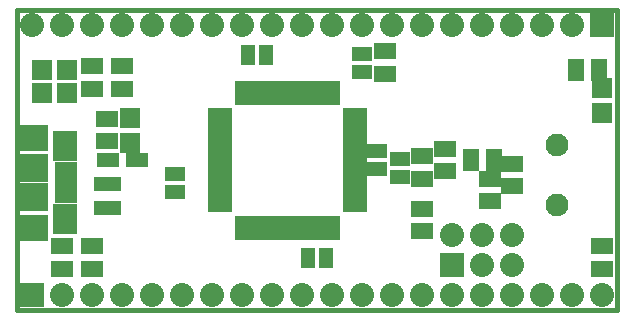
<source format=gts>
G04 (created by PCBNEW (2013-03-31 BZR 4008)-stable) date 26.01.2014 00:59:22*
%MOIN*%
G04 Gerber Fmt 3.4, Leading zero omitted, Abs format*
%FSLAX34Y34*%
G01*
G70*
G90*
G04 APERTURE LIST*
%ADD10C,2.3622e-006*%
%ADD11C,0.015*%
%ADD12R,0.08X0.036*%
%ADD13R,0.036X0.08*%
%ADD14R,0.075X0.055*%
%ADD15R,0.08X0.08*%
%ADD16C,0.08*%
%ADD17R,0.055X0.075*%
%ADD18R,0.065X0.045*%
%ADD19R,0.045X0.065*%
%ADD20R,0.0672X0.0672*%
%ADD21R,0.0731X0.0456*%
%ADD22C,0.076*%
%ADD23R,0.0947X0.0947*%
%ADD24R,0.0947X0.0948*%
%ADD25R,0.0947X0.0907*%
%ADD26R,0.0829X0.1025*%
%ADD27R,0.073X0.0357*%
%ADD28R,0.0397X0.0515*%
G04 APERTURE END LIST*
G54D10*
G54D11*
X14000Y-19500D02*
X34000Y-19500D01*
X14000Y-29500D02*
X14000Y-19500D01*
X34000Y-29500D02*
X14000Y-29500D01*
X34000Y-19500D02*
X34000Y-29500D01*
G54D12*
X25250Y-24500D03*
X25250Y-24185D03*
X25250Y-23870D03*
X25250Y-23555D03*
X25250Y-23240D03*
X25250Y-22925D03*
X25250Y-24815D03*
X25250Y-25130D03*
X25250Y-25445D03*
X25250Y-25760D03*
X25250Y-26075D03*
X20750Y-24500D03*
X20750Y-24185D03*
X20750Y-23870D03*
X20750Y-23555D03*
X20750Y-23240D03*
X20750Y-22925D03*
X20750Y-24815D03*
X20750Y-25130D03*
X20750Y-25445D03*
X20750Y-25760D03*
X20750Y-26075D03*
G54D13*
X23000Y-22250D03*
X23000Y-26750D03*
X22685Y-22250D03*
X22685Y-26750D03*
X22370Y-26750D03*
X22370Y-22250D03*
X22055Y-22250D03*
X22055Y-26750D03*
X21740Y-26750D03*
X21740Y-22250D03*
X21425Y-22250D03*
X21425Y-26750D03*
X23315Y-26750D03*
X23315Y-22250D03*
X23630Y-22250D03*
X23630Y-26750D03*
X23945Y-26750D03*
X23945Y-22250D03*
X24260Y-22250D03*
X24260Y-26750D03*
X24575Y-26750D03*
X24575Y-22250D03*
G54D14*
X27500Y-26875D03*
X27500Y-26125D03*
G54D15*
X28500Y-28000D03*
G54D16*
X28500Y-27000D03*
X29500Y-28000D03*
X29500Y-27000D03*
X30500Y-28000D03*
X30500Y-27000D03*
G54D17*
X29875Y-24500D03*
X29125Y-24500D03*
G54D15*
X33500Y-20000D03*
G54D16*
X28500Y-20000D03*
X27500Y-20000D03*
X26500Y-20000D03*
X25500Y-20000D03*
X24500Y-20000D03*
X23500Y-20000D03*
X22500Y-20000D03*
X21500Y-20000D03*
X20500Y-20000D03*
X19500Y-20000D03*
X18500Y-20000D03*
X17500Y-20000D03*
X16500Y-20000D03*
X15500Y-20000D03*
X32500Y-20000D03*
X31500Y-20000D03*
X30500Y-20000D03*
X29500Y-20000D03*
X14500Y-20000D03*
G54D15*
X14500Y-29000D03*
G54D16*
X19500Y-29000D03*
X20500Y-29000D03*
X21500Y-29000D03*
X22500Y-29000D03*
X23500Y-29000D03*
X24500Y-29000D03*
X25500Y-29000D03*
X26500Y-29000D03*
X27500Y-29000D03*
X28500Y-29000D03*
X29500Y-29000D03*
X30500Y-29000D03*
X31500Y-29000D03*
X32500Y-29000D03*
X15500Y-29000D03*
X16500Y-29000D03*
X17500Y-29000D03*
X18500Y-29000D03*
X33500Y-29000D03*
G54D14*
X29750Y-25875D03*
X29750Y-25125D03*
X30500Y-25375D03*
X30500Y-24625D03*
X26250Y-20875D03*
X26250Y-21625D03*
X28250Y-24125D03*
X28250Y-24875D03*
G54D18*
X19250Y-25550D03*
X19250Y-24950D03*
G54D19*
X21700Y-21000D03*
X22300Y-21000D03*
G54D14*
X33500Y-27375D03*
X33500Y-28125D03*
G54D19*
X24300Y-27750D03*
X23700Y-27750D03*
G54D18*
X26000Y-24200D03*
X26000Y-24800D03*
X25500Y-20950D03*
X25500Y-21550D03*
G54D14*
X27500Y-24375D03*
X27500Y-25125D03*
G54D18*
X26750Y-25050D03*
X26750Y-24450D03*
G54D14*
X15500Y-27375D03*
X15500Y-28125D03*
X17500Y-22125D03*
X17500Y-21375D03*
X16500Y-22125D03*
X16500Y-21375D03*
G54D20*
X15663Y-22250D03*
X14837Y-22250D03*
X15663Y-21500D03*
X14837Y-21500D03*
G54D14*
X16500Y-27375D03*
X16500Y-28125D03*
G54D17*
X33375Y-21500D03*
X32625Y-21500D03*
G54D14*
X17000Y-23125D03*
X17000Y-23875D03*
G54D21*
X17972Y-24500D03*
X17028Y-24500D03*
G54D22*
X32000Y-24000D03*
X32000Y-26000D03*
G54D20*
X33500Y-22087D03*
X33500Y-22913D03*
X17750Y-23087D03*
X17750Y-23913D03*
G54D23*
X14570Y-24778D03*
G54D24*
X14570Y-25722D03*
G54D25*
X14570Y-26746D03*
G54D26*
X15574Y-24030D03*
G54D27*
X15624Y-24739D03*
X15624Y-24995D03*
X15624Y-25250D03*
X15624Y-25505D03*
X15624Y-25761D03*
G54D26*
X15574Y-26470D03*
G54D25*
X14570Y-23754D03*
G54D28*
X16744Y-26094D03*
X17000Y-25306D03*
X17256Y-26094D03*
X17000Y-26094D03*
X17256Y-25306D03*
X16744Y-25306D03*
M02*

</source>
